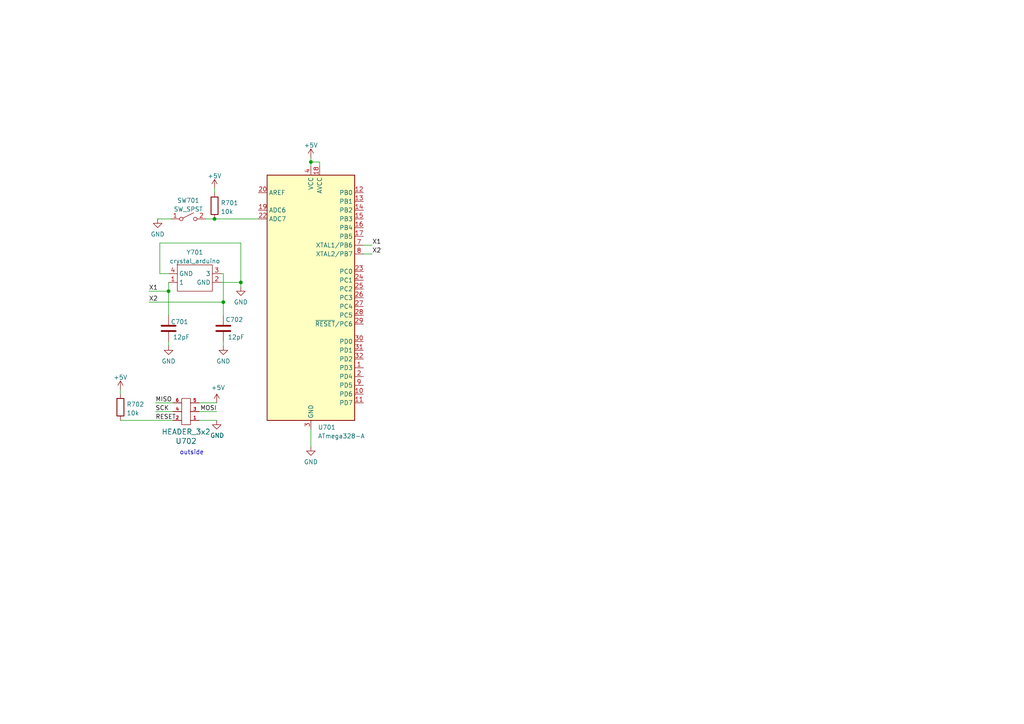
<source format=kicad_sch>
(kicad_sch (version 20211123) (generator eeschema)
  (paper "A4")
  (lib_symbols
    (symbol "Device:C" (pin_numbers hide) (pin_names (offset 0.254))
      (property "Reference" "C" (at 0.635 2.54 0))
      (property "Value" "C" (at 0.635 -2.54 0))
      (symbol "C_0_1"
        (polyline (pts (xy -2.032 -0.762) (xy 2.032 -0.762)) (stroke (width 0.508)))
        (polyline (pts (xy -2.032 0.762) (xy 2.032 0.762)) (stroke (width 0.508)))
      )
      (symbol "C_1_1"
        (pin passive line (at 0 3.81 270) (length 2.794) (name "~") (number "1"))
        (pin passive line (at 0 -3.81 90) (length 2.794) (name "~") (number "2"))
      )
    )
    (symbol "Device:R" (pin_numbers hide) (pin_names (offset 0))
      (property "Reference" "R" (at 2.032 0 90))
      (property "Value" "R" (at 0 0 90))
      (symbol "R_0_1"
        (rectangle (start -1.016 -2.54) (end 1.016 2.54) (stroke (width 0.254)))
      )
      (symbol "R_1_1"
        (pin passive line (at 0 3.81 270) (length 1.27) (name "~") (number "1"))
        (pin passive line (at 0 -3.81 90) (length 1.27) (name "~") (number "2"))
      )
    )
    (symbol "MCU_Microchip_ATmega:ATmega328-A"
      (property "Reference" "U" (at -12.7 36.83 0))
      (property "Value" "ATmega328-A" (at 2.54 -36.83 0))
      (symbol "ATmega328-A_0_1"
        (rectangle (start -12.7 -35.56) (end 12.7 35.56) (stroke (width 0.254)) (fill (type background)))
      )
      (symbol "ATmega328-A_1_1"
        (pin bidirectional line (at 15.24 -20.32 180) (length 2.54) (name "PD3") (number "1"))
        (pin bidirectional line (at 15.24 -27.94 180) (length 2.54) (name "PD6") (number "10"))
        (pin bidirectional line (at 15.24 -30.48 180) (length 2.54) (name "PD7") (number "11"))
        (pin bidirectional line (at 15.24 30.48 180) (length 2.54) (name "PB0") (number "12"))
        (pin bidirectional line (at 15.24 27.94 180) (length 2.54) (name "PB1") (number "13"))
        (pin bidirectional line (at 15.24 25.4 180) (length 2.54) (name "PB2") (number "14"))
        (pin bidirectional line (at 15.24 22.86 180) (length 2.54) (name "PB3") (number "15"))
        (pin bidirectional line (at 15.24 20.32 180) (length 2.54) (name "PB4") (number "16"))
        (pin bidirectional line (at 15.24 17.78 180) (length 2.54) (name "PB5") (number "17"))
        (pin power_in line (at 2.54 38.1 270) (length 2.54) (name "AVCC") (number "18"))
        (pin input line (at -15.24 25.4 0) (length 2.54) (name "ADC6") (number "19"))
        (pin bidirectional line (at 15.24 -22.86 180) (length 2.54) (name "PD4") (number "2"))
        (pin passive line (at -15.24 30.48 0) (length 2.54) (name "AREF") (number "20"))
        (pin passive line (at 0 -38.1 90) (length 2.54) hide (name "GND") (number "21"))
        (pin input line (at -15.24 22.86 0) (length 2.54) (name "ADC7") (number "22"))
        (pin bidirectional line (at 15.24 7.62 180) (length 2.54) (name "PC0") (number "23"))
        (pin bidirectional line (at 15.24 5.08 180) (length 2.54) (name "PC1") (number "24"))
        (pin bidirectional line (at 15.24 2.54 180) (length 2.54) (name "PC2") (number "25"))
        (pin bidirectional line (at 15.24 0 180) (length 2.54) (name "PC3") (number "26"))
        (pin bidirectional line (at 15.24 -2.54 180) (length 2.54) (name "PC4") (number "27"))
        (pin bidirectional line (at 15.24 -5.08 180) (length 2.54) (name "PC5") (number "28"))
        (pin bidirectional line (at 15.24 -7.62 180) (length 2.54) (name "~{RESET}/PC6") (number "29"))
        (pin power_in line (at 0 -38.1 90) (length 2.54) (name "GND") (number "3"))
        (pin bidirectional line (at 15.24 -12.7 180) (length 2.54) (name "PD0") (number "30"))
        (pin bidirectional line (at 15.24 -15.24 180) (length 2.54) (name "PD1") (number "31"))
        (pin bidirectional line (at 15.24 -17.78 180) (length 2.54) (name "PD2") (number "32"))
        (pin power_in line (at 0 38.1 270) (length 2.54) (name "VCC") (number "4"))
        (pin passive line (at 0 -38.1 90) (length 2.54) hide (name "GND") (number "5"))
        (pin passive line (at 0 38.1 270) (length 2.54) hide (name "VCC") (number "6"))
        (pin bidirectional line (at 15.24 15.24 180) (length 2.54) (name "XTAL1/PB6") (number "7"))
        (pin bidirectional line (at 15.24 12.7 180) (length 2.54) (name "XTAL2/PB7") (number "8"))
        (pin bidirectional line (at 15.24 -25.4 180) (length 2.54) (name "PD5") (number "9"))
      )
    )
    (symbol "Switch:SW_SPST" (pin_names (offset 0) hide)
      (property "Reference" "SW" (at 0 3.175 0))
      (property "Value" "SW_SPST" (at 0 -2.54 0))
      (symbol "SW_SPST_0_0"
        (circle (center -2.032 0) (radius 0.508))
        (polyline (pts (xy -1.524 0.254) (xy 1.524 1.778)))
        (circle (center 2.032 0) (radius 0.508))
      )
      (symbol "SW_SPST_1_1"
        (pin passive line (at -5.08 0 0) (length 2.54) (name "A") (number "1"))
        (pin passive line (at 5.08 0 180) (length 2.54) (name "B") (number "2"))
      )
    )
    (symbol "custom_bas:crystal_arduino"
      (property "Reference" "Y" (at -2.54 0 0))
      (property "Value" "crystal_arduino" (at -1.27 2.54 0))
      (symbol "crystal_arduino_0_1"
        (rectangle (start -7.62 11.43) (end 2.54 3.81) (stroke (width 0.1524)))
      )
      (symbol "crystal_arduino_1_1"
        (pin passive line (at -10.16 6.35 0) (length 2.54) (name "1") (number "1"))
        (pin power_in line (at 5.08 6.35 180) (length 2.54) (name "GND") (number "2"))
        (pin passive line (at 5.08 8.89 180) (length 2.54) (name "3") (number "3"))
        (pin power_in line (at -10.16 8.89 0) (length 2.54) (name "GND") (number "4"))
      )
    )
    (symbol "power:+5V" (power) (pin_names (offset 0))
      (property "Value" "+5V" (at 0 3.556 0))
      (symbol "+5V_0_1"
        (polyline (pts (xy -0.762 1.27) (xy 0 2.54)))
        (polyline (pts (xy 0 0) (xy 0 2.54)))
        (polyline (pts (xy 0 2.54) (xy 0.762 1.27)))
      )
      (symbol "+5V_1_1"
        (pin power_in line (at 0 0 90) (length 0) hide (name "+5V") (number "1"))
      )
    )
    (symbol "power:GND" (power) (pin_names (offset 0))
      (property "Value" "GND" (at 0 -3.81 0))
      (symbol "GND_0_1"
        (polyline (pts (xy 0 0) (xy 0 -1.27) (xy 1.27 -1.27) (xy 0 -2.54) (xy -1.27 -1.27) (xy 0 -1.27)))
      )
      (symbol "GND_1_1"
        (pin power_in line (at 0 0 270) (length 0) hide (name "GND") (number "1"))
      )
    )
    (symbol "servoDriverSMD-rescue:HEADER_3x2-w_connectors" (pin_names (offset 0))
      (property "Reference" "J" (at 0 5.08 0))
      (property "Value" "HEADER_3x2-w_connectors" (at 0 -5.08 0))
      (symbol "HEADER_3x2-w_connectors_0_1"
        (rectangle (start 1.27 3.81) (end -1.27 -3.81))
      )
      (symbol "HEADER_3x2-w_connectors_1_1"
        (pin passive line (at -3.81 2.54 0) (length 2.54) (name "~") (number "1"))
        (pin passive line (at 3.81 2.54 180) (length 2.54) (name "~") (number "2"))
        (pin passive line (at -3.81 0 0) (length 2.54) (name "~") (number "3"))
        (pin passive line (at 3.81 0 180) (length 2.54) (name "~") (number "4"))
        (pin passive line (at -3.81 -2.54 0) (length 2.54) (name "~") (number "5"))
        (pin passive line (at 3.81 -2.54 180) (length 2.54) (name "~") (number "6"))
      )
    )
  )
  (junction (at 69.85 81.915))
  (junction (at 90.17 46.99))
  (junction (at 48.895 84.455))
  (junction (at 62.23 63.5))
  (junction (at 64.77 87.63))
  (wire (pts (xy 48.895 84.455) (xy 48.895 91.44)))
  (wire (pts (xy 69.85 70.485) (xy 69.85 81.915)))
  (wire (pts (xy 90.17 124.46) (xy 90.17 129.54)))
  (wire (pts (xy 69.85 81.915) (xy 64.135 81.915)))
  (wire (pts (xy 48.895 81.915) (xy 48.895 84.455)))
  (wire (pts (xy 64.77 99.06) (xy 64.77 100.33)))
  (wire (pts (xy 43.18 87.63) (xy 64.77 87.63)))
  (wire (pts (xy 64.77 87.63) (xy 64.77 91.44)))
  (wire (pts (xy 46.355 79.375) (xy 46.355 70.485)))
  (wire (pts (xy 69.85 81.915) (xy 69.85 83.185)))
  (wire (pts (xy 62.23 63.5) (xy 74.93 63.5)))
  (wire (pts (xy 57.785 121.92) (xy 62.865 121.92)))
  (wire (pts (xy 64.77 79.375) (xy 64.135 79.375)))
  (wire (pts (xy 48.895 99.06) (xy 48.895 100.33)))
  (wire (pts (xy 92.71 46.99) (xy 90.17 46.99)))
  (wire (pts (xy 62.23 54.61) (xy 62.23 55.88)))
  (wire (pts (xy 45.72 63.5) (xy 49.53 63.5)))
  (wire (pts (xy 105.41 73.66) (xy 107.95 73.66)))
  (wire (pts (xy 105.41 71.12) (xy 107.95 71.12)))
  (wire (pts (xy 90.17 45.72) (xy 90.17 46.99)))
  (wire (pts (xy 46.355 70.485) (xy 69.85 70.485)))
  (wire (pts (xy 57.785 119.38) (xy 62.865 119.38)))
  (wire (pts (xy 34.925 121.92) (xy 50.165 121.92)))
  (wire (pts (xy 90.17 46.99) (xy 90.17 48.26)))
  (wire (pts (xy 92.71 48.26) (xy 92.71 46.99)))
  (wire (pts (xy 57.785 116.84) (xy 62.865 116.84)))
  (wire (pts (xy 34.925 113.03) (xy 34.925 114.3)))
  (wire (pts (xy 59.69 63.5) (xy 62.23 63.5)))
  (wire (pts (xy 50.165 119.38) (xy 45.085 119.38)))
  (wire (pts (xy 46.355 79.375) (xy 48.895 79.375)))
  (wire (pts (xy 64.77 79.375) (xy 64.77 87.63)))
  (wire (pts (xy 43.18 84.455) (xy 48.895 84.455)))
  (wire (pts (xy 45.085 116.84) (xy 50.165 116.84)))
  (text "outside" (at 52.07 132.08 0) (effects (font (size 1.27 1.27)) (justify left bottom)))
  (label "X2" (at 107.95 73.66 0))
  (label "X2" (at 43.18 87.63 0))
  (label "MOSI" (at 62.865 119.38 180))
  (label "X1" (at 107.95 71.12 0))
  (label "SCK" (at 45.085 119.38 0))
  (label "X1" (at 43.18 84.455 0))
  (label "MISO" (at 45.085 116.84 0))
  (label "RESET" (at 45.085 121.92 0))
  (symbol (lib_id "Device:C") (at 48.895 95.25 180) (unit 1)
    (property "Reference" "C701" (at 49.53 93.345 0) (effects (justify right)))
    (property "Value" "12pF" (at 50.165 97.79 0) (effects (justify right)))
    (property "Footprint" "Capacitor_SMD:C_0805_2012Metric_Pad1.18x1.45mm_HandSolder" (effects hide))
  )
  (symbol (lib_id "power:GND") (at 64.77 100.33 0) (unit 1)
    (property "Reference" "#PWR0706" (effects hide))
    (property "Value" "GND" (at 64.77 104.7734 0))
  )
  (symbol (lib_id "power:GND") (at 45.72 63.5 0) (unit 1)
    (property "Reference" "#PWR0703" (effects hide))
    (property "Value" "GND" (at 45.72 67.9434 0))
  )
  (symbol (lib_id "power:+5V") (at 62.865 116.84 0) (unit 1)
    (property "Reference" "#PWR0708" (effects hide))
    (property "Value" "+5V" (at 63.246 112.4458 0))
  )
  (symbol (lib_id "Device:C") (at 64.77 95.25 180) (unit 1)
    (property "Reference" "C702" (at 65.405 92.71 0) (effects (justify right)))
    (property "Value" "12pF" (at 66.04 97.79 0) (effects (justify right)))
    (property "Footprint" "Capacitor_SMD:C_0805_2012Metric_Pad1.18x1.45mm_HandSolder" (effects hide))
    (property "JLCPCB Part#" "C1792" (effects hide))
  )
  (symbol (lib_id "MCU_Microchip_ATmega:ATmega328-A") (at 90.17 86.36 0) (unit 1)
    (property "Reference" "U701" (at 92.1894 123.9504 0) (effects (justify left)))
    (property "Value" "ATmega328-A" (at 92.1894 126.4873 0) (effects (justify left)))
    (property "Footprint" "Package_QFP:TQFP-32_7x7mm_P0.8mm" (effects hide))
    (property "Datasheet" "http://ww1.microchip.com/downloads/en/DeviceDoc/ATmega328_P%20AVR%20MCU%20with%20picoPower%20Technology%20Data%20Sheet%2040001984A.pdf" (effects hide))
    (property "JLCPCB Part#" "C14877" (effects hide))
  )
  (symbol (lib_id "power:GND") (at 90.17 129.54 0) (unit 1)
    (property "Reference" "#PWR0710" (effects hide))
    (property "Value" "GND" (at 90.17 133.9834 0))
  )
  (symbol (lib_id "Switch:SW_SPST") (at 54.61 63.5 0) (unit 1)
    (property "Reference" "SW701" (at 54.61 58.1492 0))
    (property "Value" "SW_SPST" (at 54.61 60.6861 0))
    (property "Footprint" "Button_Switch_SMD:SW_SPST_SKQG_WithStem" (effects hide))
    (property "JLCPCB Part#" "C318884" (effects hide))
  )
  (symbol (lib_id "power:GND") (at 69.85 83.185 0) (unit 1)
    (property "Reference" "#PWR0704" (effects hide))
    (property "Value" "GND" (at 69.85 87.6284 0))
  )
  (symbol (lib_id "custom_bas:crystal_arduino") (at 59.055 88.265 0) (unit 1)
    (property "Reference" "Y701" (at 56.515 73.186 0))
    (property "Value" "crystal_arduino" (at 56.515 75.7229 0))
    (property "Footprint" "custom_kicad_lib_sk:crystal_arduino" (effects hide))
    (property "JLCPCB Part#" "C13738" (effects hide))
  )
  (symbol (lib_id "power:+5V") (at 34.925 113.03 0) (unit 1)
    (property "Reference" "#PWR0707" (effects hide))
    (property "Value" "+5V" (at 34.925 109.4542 0))
  )
  (symbol (lib_id "Device:R") (at 62.23 59.69 0) (unit 1)
    (property "Reference" "R701" (at 64.008 58.8553 0) (effects (justify left)))
    (property "Value" "10k" (at 64.008 61.3922 0) (effects (justify left)))
    (property "Footprint" "Resistor_SMD:R_0603_1608Metric_Pad0.98x0.95mm_HandSolder" (effects hide))
    (property "JLCPCB Part#" "C25804" (effects hide))
  )
  (symbol (lib_id "power:+5V") (at 90.17 45.72 0) (unit 1)
    (property "Reference" "#PWR0701" (effects hide))
    (property "Value" "+5V" (at 90.17 42.1442 0))
  )
  (symbol (lib_id "power:GND") (at 48.895 100.33 0) (unit 1)
    (property "Reference" "#PWR0705" (effects hide))
    (property "Value" "GND" (at 48.895 104.7734 0))
  )
  (symbol (lib_id "servoDriverSMD-rescue:HEADER_3x2-w_connectors") (at 53.975 119.38 180) (unit 1)
    (property "Reference" "U702" (at 53.975 127.9398 0) (effects (font (size 1.524 1.524))))
    (property "Value" "HEADER_3x2" (at 53.975 125.2474 0) (effects (font (size 1.524 1.524))))
    (property "Footprint" "Connector_PinSocket_1.27mm:PinSocket_2x03_P1.27mm_Vertical" (effects hide))
  )
  (symbol (lib_id "power:+5V") (at 62.23 54.61 0) (unit 1)
    (property "Reference" "#PWR0702" (effects hide))
    (property "Value" "+5V" (at 62.23 51.0342 0))
  )
  (symbol (lib_id "power:GND") (at 62.865 121.92 0) (unit 1)
    (property "Reference" "#PWR0709" (effects hide))
    (property "Value" "GND" (at 62.992 126.3142 0))
  )
  (symbol (lib_id "Device:R") (at 34.925 118.11 0) (unit 1)
    (property "Reference" "R702" (at 36.703 117.2753 0) (effects (justify left)))
    (property "Value" "10k" (at 36.703 119.8122 0) (effects (justify left)))
    (property "Footprint" "Resistor_SMD:R_0603_1608Metric_Pad0.98x0.95mm_HandSolder" (effects hide))
    (property "JLCPCB Part#" "C25804" (effects hide))
  )
)
</source>
